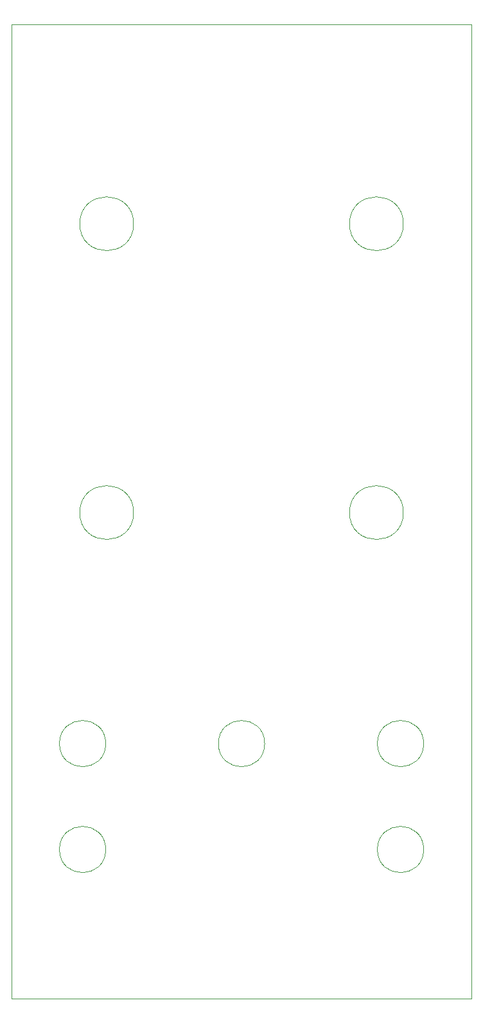
<source format=gbr>
%TF.GenerationSoftware,KiCad,Pcbnew,5.1.6-c6e7f7d~87~ubuntu18.04.1*%
%TF.CreationDate,2020-07-29T19:06:40-04:00*%
%TF.ProjectId,front_panel,66726f6e-745f-4706-916e-656c2e6b6963,rev?*%
%TF.SameCoordinates,Original*%
%TF.FileFunction,Profile,NP*%
%FSLAX46Y46*%
G04 Gerber Fmt 4.6, Leading zero omitted, Abs format (unit mm)*
G04 Created by KiCad (PCBNEW 5.1.6-c6e7f7d~87~ubuntu18.04.1) date 2020-07-29 19:06:40*
%MOMM*%
%LPD*%
G01*
G04 APERTURE LIST*
%TA.AperFunction,Profile*%
%ADD10C,0.050000*%
%TD*%
G04 APERTURE END LIST*
D10*
X54305000Y-108850000D02*
G75*
G03*
X54305000Y-108850000I-3050000J0D01*
G01*
X12395000Y-108850000D02*
G75*
G03*
X12395000Y-108850000I-3050000J0D01*
G01*
X54305000Y-94880000D02*
G75*
G03*
X54305000Y-94880000I-3050000J0D01*
G01*
X33350000Y-94880000D02*
G75*
G03*
X33350000Y-94880000I-3050000J0D01*
G01*
X12395000Y-94880000D02*
G75*
G03*
X12395000Y-94880000I-3050000J0D01*
G01*
X51630000Y-64400000D02*
G75*
G03*
X51630000Y-64400000I-3550000J0D01*
G01*
X16070000Y-64400000D02*
G75*
G03*
X16070000Y-64400000I-3550000J0D01*
G01*
X51630000Y-26300000D02*
G75*
G03*
X51630000Y-26300000I-3550000J0D01*
G01*
X16070000Y-26300000D02*
G75*
G03*
X16070000Y-26300000I-3550000J0D01*
G01*
X60600000Y0D02*
X60600000Y-128500000D01*
X0Y-128500000D02*
X60600000Y-128500000D01*
X0Y0D02*
X60600000Y0D01*
X0Y0D02*
X0Y-128500000D01*
M02*

</source>
